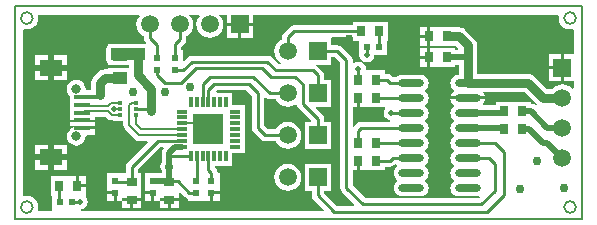
<source format=gtl>
%FSLAX25Y25*%
%MOIN*%
G70*
G01*
G75*
G04 Layer_Physical_Order=1*
G04 Layer_Color=255*
%ADD10R,0.02756X0.03347*%
%ADD11O,0.08661X0.02362*%
%ADD12R,0.05118X0.03937*%
%ADD13R,0.02362X0.02362*%
%ADD14R,0.03347X0.02756*%
%ADD15R,0.01800X0.01200*%
%ADD16R,0.03400X0.01200*%
%ADD17R,0.01200X0.03400*%
%ADD18R,0.10236X0.10236*%
%ADD19R,0.07480X0.05512*%
%ADD20R,0.05315X0.01654*%
%ADD21R,0.02362X0.02362*%
%ADD22C,0.01000*%
%ADD23C,0.02000*%
%ADD24C,0.03000*%
%ADD25C,0.00800*%
%ADD26R,0.11500X0.04000*%
%ADD27R,0.07000X0.01500*%
%ADD28C,0.00500*%
%ADD29R,0.05906X0.05906*%
%ADD30C,0.05906*%
%ADD31R,0.05906X0.05906*%
%ADD32C,0.03228*%
%ADD33C,0.02000*%
%ADD34C,0.03000*%
G36*
X109000Y24327D02*
X111378D01*
Y24327D01*
X111378D01*
X111378Y24327D01*
X111528D01*
Y24327D01*
X117183D01*
X117419Y23886D01*
X117145Y23475D01*
X116951Y22500D01*
X117145Y21524D01*
X117698Y20698D01*
X118525Y20145D01*
X119069Y20037D01*
X119020Y19539D01*
X109500D01*
X108720Y19384D01*
X108058Y18942D01*
X107058Y17942D01*
X107018Y17881D01*
X106539Y18027D01*
Y24327D01*
X108000D01*
Y27501D01*
X109000D01*
Y24327D01*
D02*
G37*
G36*
X35511Y54767D02*
X35111Y54246D01*
X34662Y53162D01*
X34509Y52000D01*
X34662Y50838D01*
X35111Y49754D01*
X35824Y48824D01*
X36754Y48110D01*
X36961Y48025D01*
Y47500D01*
X36961Y47500D01*
X36961D01*
X37116Y46720D01*
X37558Y46058D01*
X37597Y46019D01*
X37562Y45838D01*
X37433Y45529D01*
X26000D01*
X25415Y45413D01*
X25309Y45342D01*
X24941D01*
Y45096D01*
X24919Y45081D01*
X24587Y44585D01*
X24471Y44000D01*
Y40000D01*
X24587Y39415D01*
X24919Y38919D01*
X24941Y38904D01*
Y38405D01*
X31974D01*
Y37468D01*
X24941D01*
Y37026D01*
X24000D01*
X23217Y36923D01*
X22701Y36709D01*
X22487Y36621D01*
X21860Y36140D01*
X20360Y34640D01*
X19880Y34013D01*
X19791Y33799D01*
X19577Y33283D01*
X19474Y32500D01*
Y30029D01*
X17899D01*
X17569Y30405D01*
X17574Y30441D01*
X17467Y31254D01*
X17153Y32012D01*
X16654Y32662D01*
X16004Y33161D01*
X15246Y33475D01*
X14433Y33582D01*
X13620Y33475D01*
X12863Y33161D01*
X12212Y32662D01*
X11713Y32012D01*
X11399Y31254D01*
X11292Y30441D01*
X11399Y29628D01*
X11713Y28870D01*
X12212Y28220D01*
X12342Y28120D01*
Y25358D01*
Y22799D01*
Y20240D01*
Y20240D01*
X20658D01*
Y20240D01*
Y21009D01*
X24334D01*
X24813Y20530D01*
X25442Y20110D01*
X26183Y19963D01*
X26542D01*
Y19800D01*
X30063D01*
Y18370D01*
X30063Y18370D01*
X30063D01*
X30210Y17629D01*
X30630Y17000D01*
X32315Y15315D01*
D01*
X32315Y15315D01*
X33969Y13662D01*
X34597Y13242D01*
X35339Y13094D01*
X38057D01*
X38249Y12632D01*
X31558Y5942D01*
X31116Y5280D01*
X30961Y4500D01*
Y2283D01*
X30181D01*
Y2480D01*
X24819D01*
Y-2882D01*
Y-3638D01*
X27501D01*
Y-4137D01*
X28000D01*
Y-6819D01*
X29827D01*
Y-6000D01*
X36173D01*
Y-3622D01*
D01*
Y-3622D01*
X36173Y-3622D01*
Y-3472D01*
X36173D01*
Y2283D01*
X35039D01*
Y3655D01*
X42408Y11024D01*
X43315D01*
X43551Y10583D01*
X43145Y9975D01*
X42951Y9000D01*
Y7500D01*
X42951Y7500D01*
X42951D01*
Y6106D01*
X42880Y6013D01*
X42577Y5283D01*
X42474Y4500D01*
X42577Y3717D01*
X42880Y2987D01*
X42924Y2929D01*
X42703Y2480D01*
X42681D01*
Y2480D01*
X37319D01*
Y-2882D01*
Y-3638D01*
X40001D01*
Y-4137D01*
X40500D01*
Y-6819D01*
X42327D01*
Y-6000D01*
X48673D01*
Y-4210D01*
X49135Y-4019D01*
X50696Y-5580D01*
X51357Y-6022D01*
X51819Y-6114D01*
Y-6819D01*
X59000D01*
Y-4137D01*
X59499D01*
Y-3638D01*
X62181D01*
Y-2882D01*
Y2480D01*
X61539D01*
Y2500D01*
X61384Y3280D01*
X60942Y3942D01*
X60539Y4345D01*
Y4850D01*
X66505D01*
Y8995D01*
X70650D01*
Y10963D01*
Y12932D01*
Y17131D01*
Y18837D01*
Y23037D01*
Y25005D01*
X66505D01*
Y29150D01*
X61187D01*
X60996Y29612D01*
X61345Y29961D01*
X71155D01*
X72961Y28155D01*
Y17500D01*
X72961Y17500D01*
X72961D01*
X73116Y16720D01*
X73558Y16058D01*
X76058Y13558D01*
X76720Y13116D01*
X77500Y12961D01*
X81025D01*
X81111Y12754D01*
X81824Y11824D01*
X82754Y11111D01*
X83838Y10662D01*
X85000Y10509D01*
X86162Y10662D01*
X87246Y11111D01*
X88176Y11824D01*
X88889Y12754D01*
X89338Y13838D01*
X89491Y15000D01*
X89338Y16162D01*
X88889Y17246D01*
X88176Y18176D01*
X87246Y18890D01*
X86162Y19338D01*
X85000Y19491D01*
X83838Y19338D01*
X82754Y18890D01*
X81824Y18176D01*
X81111Y17246D01*
X81025Y17039D01*
X78345D01*
X77039Y18345D01*
Y27424D01*
X77501Y27615D01*
X77558Y27558D01*
X77558Y27558D01*
X77955Y27293D01*
X78220Y27116D01*
X79000Y26961D01*
X81025D01*
X81111Y26754D01*
X81824Y25824D01*
X82754Y25111D01*
X83838Y24662D01*
X85000Y24509D01*
X86162Y24662D01*
X87246Y25111D01*
X87558Y25350D01*
X88026Y25174D01*
X88116Y24720D01*
X88558Y24058D01*
X92702Y19915D01*
X92510Y19453D01*
X90547D01*
Y10547D01*
X99453D01*
Y19453D01*
X97039D01*
Y20500D01*
X96884Y21280D01*
X96442Y21942D01*
X94298Y24085D01*
X94490Y24547D01*
X99453D01*
Y33453D01*
X97039D01*
Y35000D01*
X96884Y35780D01*
X96442Y36442D01*
X94779Y38105D01*
X94117Y38547D01*
D01*
X94117D01*
X94117Y38547D01*
X99453D01*
Y40961D01*
X100655D01*
X102461Y39155D01*
Y-2500D01*
X102461Y-2500D01*
X102461D01*
X102616Y-3280D01*
X103058Y-3942D01*
X107115Y-7999D01*
X106924Y-8461D01*
X101345D01*
X97039Y-4155D01*
Y-3453D01*
X99453D01*
Y5453D01*
X90547D01*
Y-3453D01*
X92961D01*
Y-5000D01*
X92961Y-5000D01*
X92961D01*
X93116Y-5780D01*
X93558Y-6442D01*
X96870Y-9754D01*
X96679Y-10216D01*
X16004D01*
X15955Y-9718D01*
X16775Y-9555D01*
X17602Y-9002D01*
X18155Y-8175D01*
X18349Y-7200D01*
X18155Y-6225D01*
X17602Y-5398D01*
X17505Y-5332D01*
X17583Y-5073D01*
X17583D01*
X17583Y-5073D01*
Y-2400D01*
X14705D01*
Y-1901D01*
X14206D01*
Y1273D01*
X11828D01*
D01*
D01*
X11828Y1273D01*
X11678D01*
Y1273D01*
X5922D01*
Y-5073D01*
X6282D01*
Y-9862D01*
X6282Y-9862D01*
X6282D01*
X6282Y-9881D01*
X5947Y-10216D01*
X1897D01*
X1568Y-9840D01*
X1688Y-8929D01*
X1560Y-7958D01*
X1185Y-7054D01*
X589Y-6277D01*
X-188Y-5681D01*
X-1092Y-5306D01*
X-2063Y-5178D01*
X-2840Y-5281D01*
X-3216Y-4951D01*
Y50085D01*
X-2840Y50415D01*
X-2063Y50312D01*
X-1092Y50440D01*
X-188Y50815D01*
X589Y51411D01*
X1185Y52188D01*
X1560Y53092D01*
X1688Y54063D01*
X1560Y55034D01*
X1681Y55216D01*
X35290D01*
X35511Y54767D01*
D02*
G37*
G36*
X175391Y54840D02*
X175289Y54063D01*
X175417Y53092D01*
X175791Y52188D01*
X176387Y51411D01*
X177164Y50815D01*
X178069Y50440D01*
X179039Y50312D01*
X179840Y50418D01*
X180216Y50088D01*
Y41953D01*
X177000D01*
Y37499D01*
Y33047D01*
X180216D01*
Y30750D01*
X179742Y30589D01*
X179676Y30676D01*
X178746Y31389D01*
X177662Y31838D01*
X176500Y31991D01*
X175338Y31838D01*
X174254Y31389D01*
X173324Y30676D01*
X173209Y30526D01*
X171253D01*
X167140Y34640D01*
X166513Y35120D01*
X166299Y35209D01*
X165783Y35423D01*
X165000Y35526D01*
X147975D01*
Y40611D01*
X148026Y41000D01*
X147975Y41389D01*
Y45051D01*
X147872Y45834D01*
X147658Y46350D01*
X147569Y46564D01*
X147088Y47191D01*
X144140Y50140D01*
X143513Y50621D01*
X143299Y50709D01*
X142783Y50923D01*
X142000Y51026D01*
X140784D01*
Y51173D01*
X135231D01*
X135231Y51173D01*
Y51173D01*
X135028Y51173D01*
X134953D01*
X134878D01*
X134674Y51173D01*
X134674Y51173D01*
Y51173D01*
X132500D01*
Y47999D01*
Y44827D01*
X134878D01*
Y44827D01*
X135028D01*
X135231Y44827D01*
X135231Y44827D01*
Y44827D01*
X140783D01*
X140784Y44827D01*
Y44827D01*
X140862Y44859D01*
X141710Y44011D01*
X141518Y43549D01*
X140784D01*
Y44173D01*
X135231D01*
X135231Y44173D01*
Y44173D01*
X135028Y44173D01*
X134953D01*
X134878D01*
X134674Y44173D01*
X134674Y44173D01*
Y44173D01*
X132500D01*
Y40999D01*
Y37827D01*
X134878D01*
Y37827D01*
X135028D01*
X135231Y37827D01*
X135231Y37827D01*
Y37827D01*
X140784D01*
Y38451D01*
X141923D01*
Y35204D01*
X141799D01*
X141099Y35112D01*
X140447Y34842D01*
X139887Y34412D01*
X139457Y33852D01*
X139187Y33200D01*
X139095Y32500D01*
X139187Y31800D01*
X139457Y31148D01*
X139887Y30588D01*
X140327Y30250D01*
Y29750D01*
X139887Y29412D01*
X139457Y28852D01*
X139187Y28200D01*
X139161Y28000D01*
X150737D01*
X150710Y28200D01*
X150440Y28852D01*
X150011Y29412D01*
X150032Y29474D01*
X163747D01*
X167855Y25366D01*
X167538Y24979D01*
X166975Y25355D01*
X166000Y25549D01*
X165878D01*
Y26173D01*
X160122D01*
D01*
D01*
X160122Y26173D01*
X159972D01*
Y26173D01*
X154217D01*
Y25049D01*
X150086D01*
X149925Y25523D01*
X150011Y25588D01*
X150440Y26148D01*
X150710Y26800D01*
X150737Y27000D01*
X139161D01*
X139187Y26800D01*
X139457Y26148D01*
X139887Y25588D01*
X140327Y25250D01*
Y24750D01*
X139887Y24412D01*
X139457Y23852D01*
X139187Y23200D01*
X139095Y22500D01*
X139187Y21800D01*
X139457Y21148D01*
X139887Y20588D01*
X140327Y20250D01*
Y19750D01*
X139887Y19412D01*
X139457Y18852D01*
X139187Y18200D01*
X139095Y17500D01*
X139187Y16800D01*
X139457Y16148D01*
X139887Y15588D01*
X140327Y15250D01*
Y14750D01*
X139887Y14412D01*
X139457Y13852D01*
X139187Y13200D01*
X139095Y12500D01*
X139187Y11800D01*
X139457Y11148D01*
X139887Y10588D01*
X140327Y10250D01*
Y9750D01*
X139887Y9412D01*
X139457Y8852D01*
X139187Y8200D01*
X139095Y7500D01*
X139187Y6800D01*
X139457Y6148D01*
X139887Y5588D01*
X140327Y5250D01*
Y4750D01*
X139887Y4412D01*
X139457Y3852D01*
X139187Y3200D01*
X139095Y2500D01*
X139187Y1800D01*
X139457Y1148D01*
X139887Y588D01*
X140327Y250D01*
Y-250D01*
X139887Y-588D01*
X139457Y-1148D01*
X139187Y-1800D01*
X139095Y-2500D01*
X139187Y-3200D01*
X139457Y-3852D01*
X139887Y-4412D01*
X140447Y-4842D01*
X141099Y-5112D01*
X141799Y-5204D01*
X148098D01*
X148798Y-5112D01*
X148819Y-5103D01*
X149097Y-5519D01*
X148655Y-5961D01*
X110845D01*
X106539Y-1655D01*
Y3327D01*
X108000D01*
Y6501D01*
X109000D01*
Y3327D01*
X111378D01*
Y3327D01*
X111378D01*
X111378Y3327D01*
X111528D01*
Y3327D01*
X117283D01*
Y4461D01*
X119000D01*
X119780Y4616D01*
X120442Y5058D01*
X120442Y5058D01*
X120442Y5058D01*
X120845Y5461D01*
X121155D01*
X121430Y5250D01*
Y4750D01*
X120989Y4412D01*
X120560Y3852D01*
X120290Y3200D01*
X120197Y2500D01*
X120290Y1800D01*
X120560Y1148D01*
X120989Y588D01*
X121430Y250D01*
Y-250D01*
X120989Y-588D01*
X120560Y-1148D01*
X120290Y-1800D01*
X120197Y-2500D01*
X120290Y-3200D01*
X120560Y-3852D01*
X120989Y-4412D01*
X121549Y-4842D01*
X122202Y-5112D01*
X122902Y-5204D01*
X129201D01*
X129901Y-5112D01*
X130553Y-4842D01*
X131113Y-4412D01*
X131543Y-3852D01*
X131813Y-3200D01*
X131905Y-2500D01*
X131813Y-1800D01*
X131543Y-1148D01*
X131113Y-588D01*
X130553Y-158D01*
Y158D01*
X131113Y588D01*
X131543Y1148D01*
X131813Y1800D01*
X131905Y2500D01*
X131813Y3200D01*
X131543Y3852D01*
X131113Y4412D01*
X130553Y4842D01*
Y5158D01*
X131113Y5588D01*
X131543Y6148D01*
X131813Y6800D01*
X131905Y7500D01*
X131813Y8200D01*
X131543Y8852D01*
X131113Y9412D01*
X130553Y9842D01*
Y10158D01*
X131113Y10588D01*
X131543Y11148D01*
X131813Y11800D01*
X131905Y12500D01*
X131813Y13200D01*
X131543Y13852D01*
X131113Y14412D01*
X130553Y14842D01*
Y15158D01*
X131113Y15588D01*
X131543Y16148D01*
X131813Y16800D01*
X131905Y17500D01*
X131813Y18200D01*
X131543Y18852D01*
X131113Y19412D01*
X130553Y19842D01*
Y20158D01*
X131113Y20588D01*
X131543Y21148D01*
X131813Y21800D01*
X131905Y22500D01*
X131813Y23200D01*
X131543Y23852D01*
X131113Y24412D01*
X130553Y24842D01*
Y25158D01*
X131113Y25588D01*
X131543Y26148D01*
X131813Y26800D01*
X131905Y27500D01*
X131813Y28200D01*
X131543Y28852D01*
X131113Y29412D01*
X130553Y29842D01*
Y30158D01*
X131113Y30588D01*
X131543Y31148D01*
X131813Y31800D01*
X131905Y32500D01*
X131813Y33200D01*
X131543Y33852D01*
X131113Y34412D01*
X130553Y34842D01*
X129901Y35112D01*
X129201Y35204D01*
X122902D01*
X122202Y35112D01*
X121549Y34842D01*
X121155Y34539D01*
X119845D01*
X119442Y34942D01*
X118780Y35384D01*
X118000Y35539D01*
X117283D01*
Y36673D01*
X111528D01*
D01*
D01*
X111528Y36673D01*
X111378D01*
Y36673D01*
X111317D01*
X111049Y37000D01*
X110855Y37975D01*
X110302Y38802D01*
X109476Y39355D01*
X108500Y39549D01*
X107525Y39355D01*
X106980Y38991D01*
X106539Y39227D01*
Y40000D01*
X106384Y40780D01*
X105942Y41442D01*
X102942Y44442D01*
X102280Y44884D01*
X101500Y45039D01*
X99453D01*
Y47453D01*
D01*
Y47453D01*
X99661Y47661D01*
X106517D01*
Y46527D01*
X108619D01*
Y41619D01*
X108807D01*
X108945Y40925D01*
X109498Y40098D01*
X110325Y39545D01*
X111300Y39351D01*
X112276Y39545D01*
X113102Y40098D01*
X113655Y40925D01*
X113793Y41619D01*
X117918D01*
Y46527D01*
X118178D01*
Y52873D01*
X112422D01*
D01*
D01*
X112422Y52873D01*
X112272D01*
Y52873D01*
X106517D01*
Y51739D01*
X87000D01*
X86220Y51584D01*
X85558Y51142D01*
X83558Y49142D01*
X83116Y48480D01*
X82961Y47700D01*
Y46975D01*
X82754Y46889D01*
X81824Y46176D01*
X81111Y45246D01*
X80662Y44162D01*
X80509Y43000D01*
X80662Y41838D01*
X81111Y40754D01*
X81824Y39824D01*
X82670Y39176D01*
X82509Y38702D01*
X81845D01*
X79605Y40942D01*
X78943Y41384D01*
X78163Y41539D01*
X53000D01*
X52220Y41384D01*
X51558Y40942D01*
X50443Y39827D01*
X49981Y40018D01*
Y43281D01*
X49339D01*
Y44455D01*
X50442Y45558D01*
X50884Y46220D01*
X51039Y47000D01*
Y48025D01*
X51246Y48110D01*
X52176Y48824D01*
X52890Y49754D01*
X53338Y50838D01*
X53491Y52000D01*
X53338Y53162D01*
X52890Y54246D01*
X52176Y55176D01*
X52189Y55216D01*
X55290D01*
X55511Y54767D01*
X55111Y54246D01*
X54662Y53162D01*
X54509Y52000D01*
X54662Y50838D01*
X55111Y49754D01*
X55824Y48824D01*
X56754Y48110D01*
X57838Y47662D01*
X59000Y47509D01*
X60162Y47662D01*
X61246Y48110D01*
X62176Y48824D01*
X62889Y49754D01*
X63338Y50838D01*
X63491Y52000D01*
X63338Y53162D01*
X62889Y54246D01*
X62176Y55176D01*
X62189Y55216D01*
X64547D01*
Y52500D01*
X73453D01*
Y55216D01*
X175061D01*
X175391Y54840D01*
D02*
G37*
%LPC*%
G36*
X85000Y5491D02*
X83838Y5338D01*
X82754Y4890D01*
X81824Y4176D01*
X81111Y3246D01*
X80662Y2162D01*
X80509Y1000D01*
X80662Y-162D01*
X81111Y-1246D01*
X81824Y-2176D01*
X82754Y-2889D01*
X83838Y-3338D01*
X85000Y-3491D01*
X86162Y-3338D01*
X87246Y-2889D01*
X88176Y-2176D01*
X88889Y-1246D01*
X89338Y-162D01*
X89491Y1000D01*
X89338Y2162D01*
X88889Y3246D01*
X88176Y4176D01*
X87246Y4890D01*
X86162Y5338D01*
X85000Y5491D01*
D02*
G37*
G36*
X62181Y-4638D02*
X60000D01*
Y-6819D01*
X62181D01*
Y-4638D01*
D02*
G37*
G36*
X11209Y11905D02*
X728D01*
Y3393D01*
X11209D01*
Y11905D01*
D02*
G37*
G36*
X17583Y1273D02*
X15205D01*
Y-1400D01*
X17583D01*
Y1273D01*
D02*
G37*
G36*
X39500Y-4638D02*
X37319D01*
Y-6819D01*
X39500D01*
Y-4638D01*
D02*
G37*
G36*
X36173Y-7000D02*
X33500D01*
Y-9378D01*
X36173D01*
Y-7000D01*
D02*
G37*
G36*
X32500D02*
X29827D01*
Y-9378D01*
X32500D01*
Y-7000D01*
D02*
G37*
G36*
X45000D02*
X42327D01*
Y-9378D01*
X45000D01*
Y-7000D01*
D02*
G37*
G36*
X27000Y-4638D02*
X24819D01*
Y-6819D01*
X27000D01*
Y-4638D01*
D02*
G37*
G36*
X48673Y-7000D02*
X46000D01*
Y-9378D01*
X48673D01*
Y-7000D01*
D02*
G37*
G36*
X14433Y17834D02*
X13620Y17727D01*
X12863Y17413D01*
X12342Y17014D01*
Y17014D01*
X12212Y16914D01*
X11713Y16263D01*
X11399Y15506D01*
X11292Y14693D01*
X11399Y13880D01*
X11713Y13122D01*
X12212Y12472D01*
X12863Y11973D01*
X13620Y11659D01*
X14433Y11552D01*
X15246Y11659D01*
X16004Y11973D01*
X16654Y12472D01*
X17153Y13122D01*
X17467Y13880D01*
X17574Y14693D01*
X17567Y14746D01*
X17897Y15122D01*
X20658D01*
Y16949D01*
X16609D01*
X16499Y17033D01*
X16004Y17413D01*
X15246Y17727D01*
X14433Y17834D01*
D02*
G37*
G36*
X131500Y47500D02*
X129122D01*
Y44827D01*
X131500D01*
Y47500D01*
D02*
G37*
G36*
Y44173D02*
X129122D01*
Y41500D01*
X131500D01*
Y44173D01*
D02*
G37*
G36*
X68500Y51500D02*
X64547D01*
Y47547D01*
X68500D01*
Y51500D01*
D02*
G37*
G36*
X131500Y51173D02*
X129122D01*
Y48500D01*
X131500D01*
Y51173D01*
D02*
G37*
G36*
X73453Y51500D02*
X69500D01*
Y47547D01*
X73453D01*
Y51500D01*
D02*
G37*
G36*
X176000Y37000D02*
X172047D01*
Y33047D01*
X176000D01*
Y37000D01*
D02*
G37*
G36*
X20658Y19508D02*
X12342D01*
Y17949D01*
X20658D01*
Y19508D01*
D02*
G37*
G36*
X11209Y41826D02*
X728D01*
Y33315D01*
X11209D01*
Y41826D01*
D02*
G37*
G36*
X176000Y41953D02*
X172047D01*
Y38000D01*
X176000D01*
Y41953D01*
D02*
G37*
G36*
X131500Y40500D02*
X129122D01*
Y37827D01*
X131500D01*
Y40500D01*
D02*
G37*
%LPD*%
D10*
X108500Y27500D02*
D03*
X114406D02*
D03*
X108500Y33500D02*
D03*
X114406D02*
D03*
Y12500D02*
D03*
X108500D02*
D03*
Y6500D02*
D03*
X114406D02*
D03*
X163000Y23000D02*
D03*
X157095D02*
D03*
X163000Y17000D02*
D03*
X157095D02*
D03*
X137906Y48000D02*
D03*
X132000D02*
D03*
X137906Y41000D02*
D03*
X132000D02*
D03*
X14706Y-1900D02*
D03*
X8800D02*
D03*
X109395Y49700D02*
D03*
X115300D02*
D03*
D11*
X126051Y32500D02*
D03*
Y27500D02*
D03*
Y22500D02*
D03*
Y17500D02*
D03*
Y12500D02*
D03*
Y7500D02*
D03*
Y2500D02*
D03*
Y-2500D02*
D03*
X144949Y32500D02*
D03*
Y27500D02*
D03*
Y22500D02*
D03*
Y17500D02*
D03*
Y12500D02*
D03*
Y7500D02*
D03*
Y2500D02*
D03*
Y-2500D02*
D03*
D12*
X29000Y34000D02*
D03*
Y41874D02*
D03*
D13*
X47300Y40600D02*
D03*
Y36663D02*
D03*
X41500Y40700D02*
D03*
Y36763D02*
D03*
X59500Y-4138D02*
D03*
Y-201D02*
D03*
X54500Y-4138D02*
D03*
Y-201D02*
D03*
X40000D02*
D03*
Y-4138D02*
D03*
X27500Y-201D02*
D03*
Y-4138D02*
D03*
D14*
X45500Y-6500D02*
D03*
Y-594D02*
D03*
X33000D02*
D03*
Y-6500D02*
D03*
D15*
X34300Y25868D02*
D03*
Y23900D02*
D03*
Y21900D02*
D03*
X28942Y23900D02*
D03*
Y25868D02*
D03*
Y21900D02*
D03*
D16*
X49550Y22906D02*
D03*
Y20937D02*
D03*
Y18969D02*
D03*
Y17000D02*
D03*
Y15032D02*
D03*
Y13063D02*
D03*
Y11095D02*
D03*
X67450D02*
D03*
Y13063D02*
D03*
Y15032D02*
D03*
Y17000D02*
D03*
Y18969D02*
D03*
Y20937D02*
D03*
Y22906D02*
D03*
D17*
X52595Y8050D02*
D03*
X54563D02*
D03*
X56532D02*
D03*
X58500D02*
D03*
X60469D02*
D03*
X62437D02*
D03*
X64406D02*
D03*
Y25950D02*
D03*
X62437D02*
D03*
X60469D02*
D03*
X58500D02*
D03*
X56532D02*
D03*
X54563D02*
D03*
X52595D02*
D03*
D18*
X58500Y17000D02*
D03*
D19*
X5968Y7649D02*
D03*
Y37571D02*
D03*
D20*
X16500Y27685D02*
D03*
Y17449D02*
D03*
Y20008D02*
D03*
Y25126D02*
D03*
Y22567D02*
D03*
D21*
X12900Y-7200D02*
D03*
X8963D02*
D03*
X111300Y44300D02*
D03*
X115237D02*
D03*
D22*
X38600Y23900D02*
X39500Y23000D01*
X35500Y23900D02*
X38600D01*
X35500D02*
X36400D01*
X34300D02*
X35500D01*
X131000Y-8000D02*
X149500D01*
X110000D02*
X131000D01*
X149500D02*
X154000Y-3500D01*
Y5500D01*
X152000Y7500D02*
X154000Y5500D01*
X144949Y7500D02*
X152000D01*
X144949Y12500D02*
X154000D01*
X157000Y9500D01*
Y-5000D02*
Y9500D01*
X151500Y-10500D02*
X157000Y-5000D01*
X100500Y-10500D02*
X151500D01*
X95000Y-5000D02*
X100500Y-10500D01*
X95000Y-5000D02*
Y1000D01*
X104500Y-2500D02*
X110000Y-8000D01*
X104500Y-2500D02*
Y40000D01*
X101500Y43000D02*
X104500Y40000D01*
X95000Y43000D02*
X101500D01*
X114406Y6500D02*
X119000D01*
X120000Y7500D01*
X126051D01*
X114406Y12500D02*
X126051D01*
X108500D02*
Y16500D01*
X109500Y17500D01*
X126051D01*
X119500Y22500D02*
X126051D01*
X108500Y33500D02*
Y37000D01*
X114406Y27500D02*
X126051D01*
X114406Y33500D02*
X118000D01*
X119000Y32500D01*
X126051D01*
X95000Y15000D02*
Y20500D01*
X90000Y25500D02*
X95000Y20500D01*
X90000Y25500D02*
Y32000D01*
X87500Y34500D02*
X90000Y32000D01*
X79500Y34500D02*
X87500D01*
X76500Y37500D02*
X79500Y34500D01*
X54500Y37500D02*
X76500D01*
X49500Y32500D02*
X54500Y37500D01*
X44000Y32500D02*
X49500D01*
X41500Y35000D02*
X44000Y32500D01*
X41500Y35000D02*
Y36763D01*
X81000Y36663D02*
X93337D01*
X78163Y39500D02*
X81000Y36663D01*
X50163D02*
X53000Y39500D01*
X78163D01*
X47300Y36663D02*
X50163D01*
X95000Y29000D02*
Y35000D01*
X93337Y36663D02*
X95000Y35000D01*
X41500Y40700D02*
Y45000D01*
X39000Y47500D02*
X41500Y45000D01*
X39000Y47500D02*
Y52000D01*
X47300Y40600D02*
Y45300D01*
X49000Y47000D01*
Y52000D01*
X79000Y29000D02*
X85000D01*
X73500Y34500D02*
X79000Y29000D01*
X59000Y34500D02*
X73500D01*
X56532Y32032D02*
X59000Y34500D01*
X56532Y25950D02*
Y32032D01*
X77500Y15000D02*
X85000D01*
X75000Y17500D02*
X77500Y15000D01*
X75000Y17500D02*
Y29000D01*
X72000Y32000D02*
X75000Y29000D01*
X60500Y32000D02*
X72000D01*
X58500Y30000D02*
X60500Y32000D01*
X58500Y25950D02*
Y30000D01*
X45500Y-201D02*
X48201D01*
X45106D02*
X45500D01*
X48201D02*
X52138Y-4138D01*
X54500D01*
X59500Y-201D02*
Y2500D01*
X58500Y3500D02*
X59500Y2500D01*
X58500Y3500D02*
Y8050D01*
X54500Y-201D02*
X54563Y-138D01*
Y8050D01*
X45500Y7500D02*
X46050Y8050D01*
X52595D01*
X49550Y10963D02*
Y11095D01*
X27500Y-201D02*
X27894Y-594D01*
X33000D01*
Y4500D01*
X41563Y13063D01*
X49550D01*
X8800Y-7300D02*
Y-1900D01*
X12900Y-7200D02*
X15800D01*
X115300Y44363D02*
Y49700D01*
X115237Y44300D02*
X115300Y44363D01*
X87000Y49700D02*
X109395D01*
X85000Y47700D02*
X87000Y49700D01*
X85000Y43000D02*
Y47700D01*
X111300Y41900D02*
Y44300D01*
D23*
X137906Y41000D02*
X144949D01*
X171500Y12500D02*
X176500Y7500D01*
X170000Y12500D02*
X171500D01*
X165500Y17000D02*
X170000Y12500D01*
X163000Y17000D02*
X165500D01*
X171500Y17500D02*
X176500D01*
X166000Y23000D02*
X171500Y17500D01*
X163000Y23000D02*
X166000D01*
X156595Y17500D02*
X157095Y17000D01*
X144949Y17500D02*
X156595D01*
Y22500D02*
X157095Y23000D01*
X144949Y22500D02*
X156595D01*
X45500Y-594D02*
Y-201D01*
Y7500D02*
Y9000D01*
X47463Y10963D02*
X49550D01*
X45500Y9000D02*
X47463Y10963D01*
X45106Y-201D02*
X45500Y-594D01*
X40000Y-201D02*
X45106D01*
X45500D02*
Y4500D01*
Y7500D01*
X5968Y2468D02*
Y7649D01*
X13051D01*
X-1049D02*
X5968D01*
Y13231D01*
Y37571D02*
X13271D01*
X-530D02*
X5968D01*
Y30332D02*
Y37571D01*
Y43369D01*
D24*
X39500Y23000D02*
Y30500D01*
X35000Y35000D02*
X39500Y30500D01*
X35000Y35000D02*
Y42000D01*
X137906Y48000D02*
X142000D01*
X144949Y45051D01*
Y32500D02*
X165000D01*
X170000Y27500D01*
X176500D01*
X24000Y34000D02*
X29000D01*
X22500Y32500D02*
X24000Y34000D01*
X22500Y28500D02*
Y32500D01*
X144949D02*
Y41000D01*
Y45051D01*
D25*
X56532Y18969D02*
X58500Y17000D01*
X49550Y18969D02*
X56532D01*
X20000Y22946D02*
X25137D01*
X16880D02*
X20000D01*
X25137D02*
X26183Y21900D01*
X28942D01*
X26122Y25868D02*
X28942D01*
X16880Y24746D02*
X25000D01*
X26122Y25868D01*
X27370Y23900D02*
X28942D01*
X35916Y17000D02*
X49550D01*
X34300Y18616D02*
X35916Y17000D01*
X33685Y16685D02*
X35339Y15032D01*
X32000Y18370D02*
X33685Y16685D01*
X35339Y15032D02*
X49550D01*
X32000Y18370D02*
Y25000D01*
X32868Y25868D01*
X34300Y18616D02*
Y21900D01*
X32868Y25868D02*
X34300D01*
X16500Y22567D02*
X16880Y22946D01*
X16500Y25126D02*
X16880Y24746D01*
D26*
X31750Y42000D02*
D03*
D27*
X20500Y27750D02*
D03*
D28*
X181008Y54063D02*
G03*
X181008Y54063I-1969J0D01*
G01*
Y-8929D02*
G03*
X181008Y-8929I-1969J0D01*
G01*
X-94D02*
G03*
X-94Y-8929I-1969J0D01*
G01*
Y54063D02*
G03*
X-94Y54063I-1969J0D01*
G01*
X-6000Y-12866D02*
X182976D01*
Y58000D01*
X-6000D02*
X182976D01*
X-6000Y-12866D02*
Y58000D01*
D29*
X176500Y37500D02*
D03*
D30*
Y27500D02*
D03*
Y17500D02*
D03*
Y7500D02*
D03*
X85000Y1000D02*
D03*
Y15000D02*
D03*
Y29000D02*
D03*
Y43000D02*
D03*
X39000Y52000D02*
D03*
X49000D02*
D03*
X59000D02*
D03*
D31*
X95000Y1000D02*
D03*
Y15000D02*
D03*
Y29000D02*
D03*
Y43000D02*
D03*
X69000Y52000D02*
D03*
D32*
X14433Y14693D02*
D03*
Y30441D02*
D03*
D33*
X108500Y37000D02*
D03*
X119500Y22500D02*
D03*
D03*
X108500Y37000D02*
D03*
X15800Y-7200D02*
D03*
X111300Y41900D02*
D03*
X26870Y23900D02*
D03*
D03*
D34*
X35000Y42000D02*
D03*
X145000Y41000D02*
D03*
X39500Y23000D02*
D03*
X45500Y4500D02*
D03*
X52500Y31000D02*
D03*
X33500Y29500D02*
D03*
X44000D02*
D03*
X118500Y2000D02*
D03*
X135000Y-2000D02*
D03*
X135500Y6500D02*
D03*
Y16500D02*
D03*
Y25000D02*
D03*
X111500Y22500D02*
D03*
X78500Y22000D02*
D03*
X70500Y28100D02*
D03*
X170000Y46500D02*
D03*
X118000Y-4000D02*
D03*
X177000Y-2500D02*
D03*
X162500Y-3000D02*
D03*
X168000Y6500D02*
D03*
X161000Y48500D02*
D03*
X167500Y52000D02*
D03*
X105500Y47000D02*
D03*
X58500Y17000D02*
D03*
X74500Y5000D02*
D03*
X87500Y-8500D02*
D03*
X76500D02*
D03*
X64500D02*
D03*
X52500D02*
D03*
X0Y0D02*
D03*
X4000Y27000D02*
D03*
X3500Y19500D02*
D03*
X31500Y11000D02*
D03*
X18500Y4000D02*
D03*
X24000Y9500D02*
D03*
X24500Y16500D02*
D03*
X21500Y40500D02*
D03*
X15500Y45000D02*
D03*
X7500D02*
D03*
X3500Y-8100D02*
D03*
X126500Y48600D02*
D03*
X122200Y39000D02*
D03*
X162600Y40700D02*
D03*
X154200Y52200D02*
D03*
M02*

</source>
